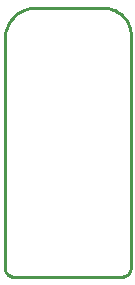
<source format=gbr>
G04 EAGLE Gerber RS-274X export*
G75*
%MOMM*%
%FSLAX34Y34*%
%LPD*%
%IN*%
%IPPOS*%
%AMOC8*
5,1,8,0,0,1.08239X$1,22.5*%
G01*
%ADD10C,0.254000*%


D10*
X10160Y28956D02*
X10189Y28292D01*
X10276Y27633D01*
X10420Y26984D01*
X10620Y26350D01*
X10874Y25736D01*
X11181Y25146D01*
X11538Y24585D01*
X11943Y24058D01*
X12392Y23568D01*
X12882Y23119D01*
X13409Y22714D01*
X13970Y22357D01*
X14560Y22050D01*
X15174Y21796D01*
X15808Y21596D01*
X16457Y21452D01*
X17116Y21365D01*
X17780Y21336D01*
X109220Y21336D01*
X109884Y21365D01*
X110543Y21452D01*
X111192Y21596D01*
X111826Y21796D01*
X112440Y22050D01*
X113030Y22357D01*
X113591Y22714D01*
X114118Y23119D01*
X114608Y23568D01*
X115057Y24058D01*
X115462Y24585D01*
X115819Y25146D01*
X116126Y25736D01*
X116380Y26350D01*
X116580Y26984D01*
X116724Y27633D01*
X116811Y28292D01*
X116840Y28956D01*
X116840Y226060D01*
X116753Y228052D01*
X116493Y230030D01*
X116061Y231977D01*
X115461Y233879D01*
X114698Y235721D01*
X113777Y237490D01*
X112706Y239172D01*
X111492Y240754D01*
X110144Y242224D01*
X108674Y243572D01*
X107092Y244786D01*
X105410Y245857D01*
X103641Y246778D01*
X101799Y247541D01*
X99897Y248141D01*
X97950Y248573D01*
X95972Y248833D01*
X93980Y248920D01*
X35560Y248920D01*
X33346Y248823D01*
X31149Y248534D01*
X28986Y248055D01*
X26873Y247388D01*
X24826Y246540D01*
X22860Y245517D01*
X20991Y244326D01*
X19233Y242978D01*
X17600Y241481D01*
X16102Y239847D01*
X14754Y238089D01*
X13563Y236220D01*
X12540Y234255D01*
X11692Y232207D01*
X11025Y230094D01*
X10546Y227931D01*
X10257Y225734D01*
X10160Y223520D01*
X10160Y28956D01*
M02*

</source>
